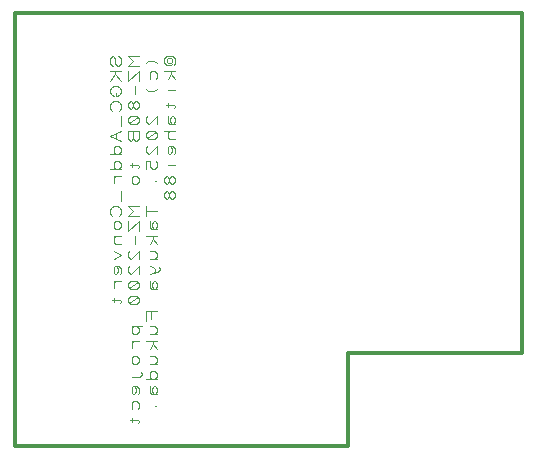
<source format=gbo>
G04 DesignSpark PCB Gerber Version 11.0 Build 5877*
%FSLAX35Y35*%
%MOIN*%
%ADD101C,0.00300*%
%ADD10C,0.01200*%
X0Y0D02*
D02*
D10*
X2937Y2652D02*
X114222D01*
Y33756D01*
X172053D01*
Y147229D01*
X2937D01*
Y2652D01*
D02*
D101*
X37480Y132693D02*
X38105Y132381D01*
X38417Y131756D01*
Y130506D01*
X38105Y129881D01*
X37480Y129568D01*
X36855Y129881D01*
X36542Y130506D01*
Y131756D01*
X36230Y132381D01*
X35605Y132693D01*
X34980Y132381D01*
X34667Y131756D01*
Y130506D01*
X34980Y129881D01*
X35605Y129568D01*
X38417Y127693D02*
X34667D01*
X36542D02*
Y126756D01*
X34667Y124568D01*
X36542Y126756D02*
X38417Y124568D01*
X36855Y120506D02*
Y119568D01*
X37167D01*
X37792Y119881D01*
X38105Y120193D01*
X38417Y120818D01*
Y121443D01*
X38105Y122068D01*
X37792Y122381D01*
X37167Y122693D01*
X35917D01*
X35292Y122381D01*
X34980Y122068D01*
X34667Y121443D01*
Y120818D01*
X34980Y120193D01*
X35292Y119881D01*
X35917Y119568D01*
X37792Y114568D02*
X38105Y114881D01*
X38417Y115506D01*
Y116443D01*
X38105Y117068D01*
X37792Y117381D01*
X37167Y117693D01*
X35917D01*
X35292Y117381D01*
X34980Y117068D01*
X34667Y116443D01*
Y115506D01*
X34980Y114881D01*
X35292Y114568D01*
X38417Y112693D02*
Y109568D01*
Y107693D02*
X34667Y106131D01*
X38417Y104568D01*
X36855Y107068D02*
Y105193D01*
Y100193D02*
X36230Y100506D01*
X35917Y101131D01*
Y101756D01*
X36230Y102381D01*
X36855Y102693D01*
X37480D01*
X38105Y102381D01*
X38417Y101756D01*
Y101131D01*
X38105Y100506D01*
X37480Y100193D01*
X38417D02*
X34667D01*
X36855Y95193D02*
X36230Y95506D01*
X35917Y96131D01*
Y96756D01*
X36230Y97381D01*
X36855Y97693D01*
X37480D01*
X38105Y97381D01*
X38417Y96756D01*
Y96131D01*
X38105Y95506D01*
X37480Y95193D01*
X38417D02*
X34667D01*
X38417Y92693D02*
X35917D01*
X36855D02*
X36230Y92381D01*
X35917Y91756D01*
Y91131D01*
X36230Y90506D01*
X38417Y87693D02*
Y84568D01*
X37792Y79568D02*
X38105Y79881D01*
X38417Y80506D01*
Y81443D01*
X38105Y82068D01*
X37792Y82381D01*
X37167Y82693D01*
X35917D01*
X35292Y82381D01*
X34980Y82068D01*
X34667Y81443D01*
Y80506D01*
X34980Y79881D01*
X35292Y79568D01*
X37480Y77693D02*
X38105Y77381D01*
X38417Y76756D01*
Y76131D01*
X38105Y75506D01*
X37480Y75193D01*
X36855D01*
X36230Y75506D01*
X35917Y76131D01*
Y76756D01*
X36230Y77381D01*
X36855Y77693D01*
X37480D01*
X38417Y72693D02*
X35917D01*
X36855D02*
X36230Y72381D01*
X35917Y71756D01*
Y71131D01*
X36230Y70506D01*
X36855Y70193D01*
X38417D01*
X35917Y67693D02*
X38417Y66443D01*
X35917Y65193D01*
X38105Y60193D02*
X38417Y60506D01*
Y61131D01*
Y61756D01*
X38105Y62381D01*
X37480Y62693D01*
X36542D01*
X36230Y62381D01*
X35917Y61756D01*
Y61131D01*
X36230Y60506D01*
X36542Y60193D01*
X36855D01*
X37167Y60506D01*
X37480Y61131D01*
Y61756D01*
X37167Y62381D01*
X36855Y62693D01*
X38417Y57693D02*
X35917D01*
X36855D02*
X36230Y57381D01*
X35917Y56756D01*
Y56131D01*
X36230Y55506D01*
X35917Y52172D02*
Y50714D01*
X35292Y51443D02*
X38105D01*
X38417Y51131D01*
Y50818D01*
X38105Y50506D01*
X44417Y132693D02*
X40667D01*
X42542Y131131D01*
X40667Y129568D01*
X44417D01*
X40667Y127693D02*
Y124568D01*
X44417Y127693D01*
Y124568D01*
X43167Y122693D02*
Y120193D01*
X42542Y116756D02*
Y116131D01*
X42230Y115506D01*
X41605Y115193D01*
X40980Y115506D01*
X40667Y116131D01*
Y116756D01*
X40980Y117381D01*
X41605Y117693D01*
X42230Y117381D01*
X42542Y116756D01*
X42855Y117381D01*
X43480Y117693D01*
X44105Y117381D01*
X44417Y116756D01*
Y116131D01*
X44105Y115506D01*
X43480Y115193D01*
X42855Y115506D01*
X42542Y116131D01*
X44105Y112381D02*
X44417Y111756D01*
Y111131D01*
X44105Y110506D01*
X43480Y110193D01*
X41605D01*
X40980Y110506D01*
X40667Y111131D01*
Y111756D01*
X40980Y112381D01*
X41605Y112693D01*
X43480D01*
X44105Y112381D01*
X40980Y110506D01*
X42542Y105506D02*
X42855Y104881D01*
X43480Y104568D01*
X44105Y104881D01*
X44417Y105506D01*
Y107693D01*
X40667D01*
Y105506D01*
X40980Y104881D01*
X41605Y104568D01*
X42230Y104881D01*
X42542Y105506D01*
Y107693D01*
X41917Y97172D02*
Y95714D01*
X41292Y96443D02*
X44105D01*
X44417Y96131D01*
Y95818D01*
X44105Y95506D01*
X43480Y92693D02*
X44105Y92381D01*
X44417Y91756D01*
Y91131D01*
X44105Y90506D01*
X43480Y90193D01*
X42855D01*
X42230Y90506D01*
X41917Y91131D01*
Y91756D01*
X42230Y92381D01*
X42855Y92693D01*
X43480D01*
X44417Y82693D02*
X40667D01*
X42542Y81131D01*
X40667Y79568D01*
X44417D01*
X40667Y77693D02*
Y74568D01*
X44417Y77693D01*
Y74568D01*
X43167Y72693D02*
Y70193D01*
X44417Y65193D02*
Y67693D01*
X42230Y65506D01*
X41605Y65193D01*
X40980Y65506D01*
X40667Y66131D01*
Y67068D01*
X40980Y67693D01*
X44417Y60193D02*
Y62693D01*
X42230Y60506D01*
X41605Y60193D01*
X40980Y60506D01*
X40667Y61131D01*
Y62068D01*
X40980Y62693D01*
X44105Y57381D02*
X44417Y56756D01*
Y56131D01*
X44105Y55506D01*
X43480Y55193D01*
X41605D01*
X40980Y55506D01*
X40667Y56131D01*
Y56756D01*
X40980Y57381D01*
X41605Y57693D01*
X43480D01*
X44105Y57381D01*
X40980Y55506D01*
X44105Y52381D02*
X44417Y51756D01*
Y51131D01*
X44105Y50506D01*
X43480Y50193D01*
X41605D01*
X40980Y50506D01*
X40667Y51131D01*
Y51756D01*
X40980Y52381D01*
X41605Y52693D01*
X43480D01*
X44105Y52381D01*
X40980Y50506D01*
X41917Y42693D02*
X45355D01*
X43480D02*
X44105Y42381D01*
X44417Y41756D01*
Y41131D01*
X44105Y40506D01*
X43480Y40193D01*
X42855D01*
X42230Y40506D01*
X41917Y41131D01*
Y41756D01*
X42230Y42381D01*
X42855Y42693D01*
X43480D01*
X44417Y37693D02*
X41917D01*
X42855D02*
X42230Y37381D01*
X41917Y36756D01*
Y36131D01*
X42230Y35506D01*
X43480Y32693D02*
X44105Y32381D01*
X44417Y31756D01*
Y31131D01*
X44105Y30506D01*
X43480Y30193D01*
X42855D01*
X42230Y30506D01*
X41917Y31131D01*
Y31756D01*
X42230Y32381D01*
X42855Y32693D01*
X43480D01*
X45042Y27381D02*
X45355Y26756D01*
X45042Y26131D01*
X44417Y25818D01*
X41917D01*
X40980D02*
X44105Y20193D02*
X44417Y20506D01*
Y21131D01*
Y21756D01*
X44105Y22381D01*
X43480Y22693D01*
X42542D01*
X42230Y22381D01*
X41917Y21756D01*
Y21131D01*
X42230Y20506D01*
X42542Y20193D01*
X42855D01*
X43167Y20506D01*
X43480Y21131D01*
Y21756D01*
X43167Y22381D01*
X42855Y22693D01*
X42230Y15193D02*
X41917Y15818D01*
Y16756D01*
X42230Y17381D01*
X42855Y17693D01*
X43480D01*
X44105Y17381D01*
X44417Y16756D01*
Y15818D01*
X44105Y15193D01*
X41917Y12172D02*
Y10714D01*
X41292Y11443D02*
X44105D01*
X44417Y11131D01*
Y10818D01*
X44105Y10506D01*
X50417Y130506D02*
X49480Y131131D01*
X47292D01*
X46667Y130506D01*
X48230Y125193D02*
X47917Y125818D01*
Y126756D01*
X48230Y127381D01*
X48855Y127693D01*
X49480D01*
X50105Y127381D01*
X50417Y126756D01*
Y125818D01*
X50105Y125193D01*
X50417Y121756D02*
X49480Y121131D01*
X47292D01*
X46667Y121756D01*
X50417Y110193D02*
Y112693D01*
X48230Y110506D01*
X47605Y110193D01*
X46980Y110506D01*
X46667Y111131D01*
Y112068D01*
X46980Y112693D01*
X50105Y107381D02*
X50417Y106756D01*
Y106131D01*
X50105Y105506D01*
X49480Y105193D01*
X47605D01*
X46980Y105506D01*
X46667Y106131D01*
Y106756D01*
X46980Y107381D01*
X47605Y107693D01*
X49480D01*
X50105Y107381D01*
X46980Y105506D01*
X50417Y100193D02*
Y102693D01*
X48230Y100506D01*
X47605Y100193D01*
X46980Y100506D01*
X46667Y101131D01*
Y102068D01*
X46980Y102693D01*
X50105Y97693D02*
X50417Y97068D01*
Y96131D01*
X50105Y95506D01*
X49480Y95193D01*
X49167D01*
X48542Y95506D01*
X48230Y96131D01*
Y97693D01*
X46667D01*
Y95193D01*
X50417Y91443D02*
X50105Y91131D01*
X49792D01*
X50417Y81131D02*
X46667D01*
Y82693D02*
Y79568D01*
X48230Y77693D02*
X47917Y77068D01*
Y76131D01*
X48230Y75506D01*
X48855Y75193D01*
X49792D01*
X50105Y75506D01*
X50417Y76131D01*
Y76756D01*
X50105Y77381D01*
X49792Y77693D01*
X49480D01*
X49167Y77381D01*
X48855Y76756D01*
Y76131D01*
X49167Y75506D01*
X49480Y75193D01*
X49792D02*
X50417D01*
Y72693D02*
X46667D01*
X49167D02*
Y71756D01*
X47917Y70193D01*
X49167Y71756D02*
X50417Y70193D01*
X47917Y67693D02*
X49480D01*
X50105Y67381D01*
X50417Y66756D01*
Y66131D01*
X50105Y65506D01*
X49480Y65193D01*
X47917D02*
X50417D01*
X47917Y62693D02*
X49167Y62381D01*
X49792Y61756D01*
Y61131D01*
X49167Y60506D01*
X47917Y60193D01*
X49167Y60506D02*
X50417Y60818D01*
X51042Y61131D01*
X51355Y61756D01*
X51042Y62381D01*
X48230Y57693D02*
X47917Y57068D01*
Y56131D01*
X48230Y55506D01*
X48855Y55193D01*
X49792D01*
X50105Y55506D01*
X50417Y56131D01*
Y56756D01*
X50105Y57381D01*
X49792Y57693D01*
X49480D01*
X49167Y57381D01*
X48855Y56756D01*
Y56131D01*
X49167Y55506D01*
X49480Y55193D01*
X49792D02*
X50417D01*
Y47693D02*
X46667D01*
Y44568D01*
X48542Y45193D02*
Y47693D01*
X47917Y42693D02*
X49480D01*
X50105Y42381D01*
X50417Y41756D01*
Y41131D01*
X50105Y40506D01*
X49480Y40193D01*
X47917D02*
X50417D01*
Y37693D02*
X46667D01*
X49167D02*
Y36756D01*
X47917Y35193D01*
X49167Y36756D02*
X50417Y35193D01*
X47917Y32693D02*
X49480D01*
X50105Y32381D01*
X50417Y31756D01*
Y31131D01*
X50105Y30506D01*
X49480Y30193D01*
X47917D02*
X50417D01*
X48855Y25193D02*
X48230Y25506D01*
X47917Y26131D01*
Y26756D01*
X48230Y27381D01*
X48855Y27693D01*
X49480D01*
X50105Y27381D01*
X50417Y26756D01*
Y26131D01*
X50105Y25506D01*
X49480Y25193D01*
X50417D02*
X46667D01*
X48230Y22693D02*
X47917Y22068D01*
Y21131D01*
X48230Y20506D01*
X48855Y20193D01*
X49792D01*
X50105Y20506D01*
X50417Y21131D01*
Y21756D01*
X50105Y22381D01*
X49792Y22693D01*
X49480D01*
X49167Y22381D01*
X48855Y21756D01*
Y21131D01*
X49167Y20506D01*
X49480Y20193D01*
X49792D02*
X50417D01*
Y16443D02*
X50105Y16131D01*
X49792D01*
X56105Y129881D02*
X56417Y130506D01*
Y131756D01*
X56105Y132381D01*
X55480Y132693D01*
X53605D01*
X52980Y132381D01*
X52667Y131756D01*
Y130818D01*
X52980Y130193D01*
X53605Y129881D01*
X55167D01*
X55480Y130193D01*
X55167Y130506D01*
X53917D01*
X53605Y130818D01*
Y131756D01*
X53917Y132068D01*
X55167D01*
X55480Y131756D01*
Y130818D01*
X55167Y130506D01*
X56417Y127693D02*
X52667D01*
X55167D02*
Y126756D01*
X53917Y125193D01*
X55167Y126756D02*
X56417Y125193D01*
Y121443D02*
X53917D01*
X52980D02*
X53917Y117172D02*
Y115714D01*
X53292Y116443D02*
X56105D01*
X56417Y116131D01*
Y115818D01*
X56105Y115506D01*
X54230Y112693D02*
X53917Y112068D01*
Y111131D01*
X54230Y110506D01*
X54855Y110193D01*
X55792D01*
X56105Y110506D01*
X56417Y111131D01*
Y111756D01*
X56105Y112381D01*
X55792Y112693D01*
X55480D01*
X55167Y112381D01*
X54855Y111756D01*
Y111131D01*
X55167Y110506D01*
X55480Y110193D01*
X55792D02*
X56417D01*
Y107693D02*
X52667D01*
X54855D02*
X54230Y107381D01*
X53917Y106756D01*
Y106131D01*
X54230Y105506D01*
X54855Y105193D01*
X56417D01*
X56105Y100193D02*
X56417Y100506D01*
Y101131D01*
Y101756D01*
X56105Y102381D01*
X55480Y102693D01*
X54542D01*
X54230Y102381D01*
X53917Y101756D01*
Y101131D01*
X54230Y100506D01*
X54542Y100193D01*
X54855D01*
X55167Y100506D01*
X55480Y101131D01*
Y101756D01*
X55167Y102381D01*
X54855Y102693D01*
X56417Y96443D02*
X53917D01*
X52980D02*
X54542Y91756D02*
Y91131D01*
X54230Y90506D01*
X53605Y90193D01*
X52980Y90506D01*
X52667Y91131D01*
Y91756D01*
X52980Y92381D01*
X53605Y92693D01*
X54230Y92381D01*
X54542Y91756D01*
X54855Y92381D01*
X55480Y92693D01*
X56105Y92381D01*
X56417Y91756D01*
Y91131D01*
X56105Y90506D01*
X55480Y90193D01*
X54855Y90506D01*
X54542Y91131D01*
Y86756D02*
Y86131D01*
X54230Y85506D01*
X53605Y85193D01*
X52980Y85506D01*
X52667Y86131D01*
Y86756D01*
X52980Y87381D01*
X53605Y87693D01*
X54230Y87381D01*
X54542Y86756D01*
X54855Y87381D01*
X55480Y87693D01*
X56105Y87381D01*
X56417Y86756D01*
Y86131D01*
X56105Y85506D01*
X55480Y85193D01*
X54855Y85506D01*
X54542Y86131D01*
X0Y0D02*
M02*

</source>
